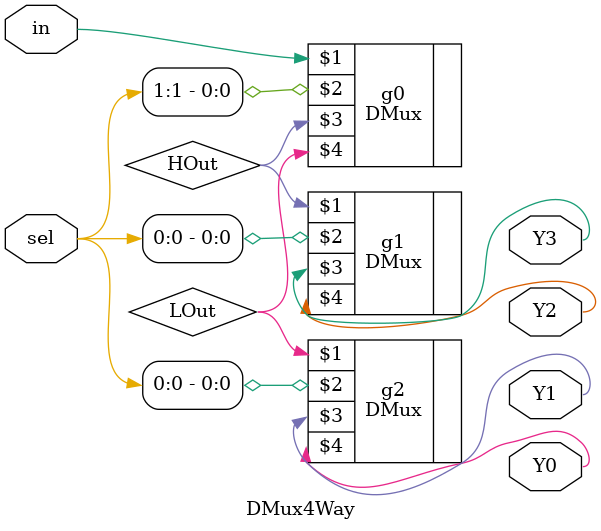
<source format=v>
`include "../01/Or8Way.v"

module DMux4Way(in,sel,Y3,Y2,Y1,Y0);
    input in;
    input[1:0] sel;
    output Y3,Y2,Y1,Y0;

    DMux g0(in,sel[1],HOut,LOut);
    DMux g1(HOut,sel[0],Y3,Y2);
    DMux g2(LOut,sel[0],Y1,Y0);
endmodule
</source>
